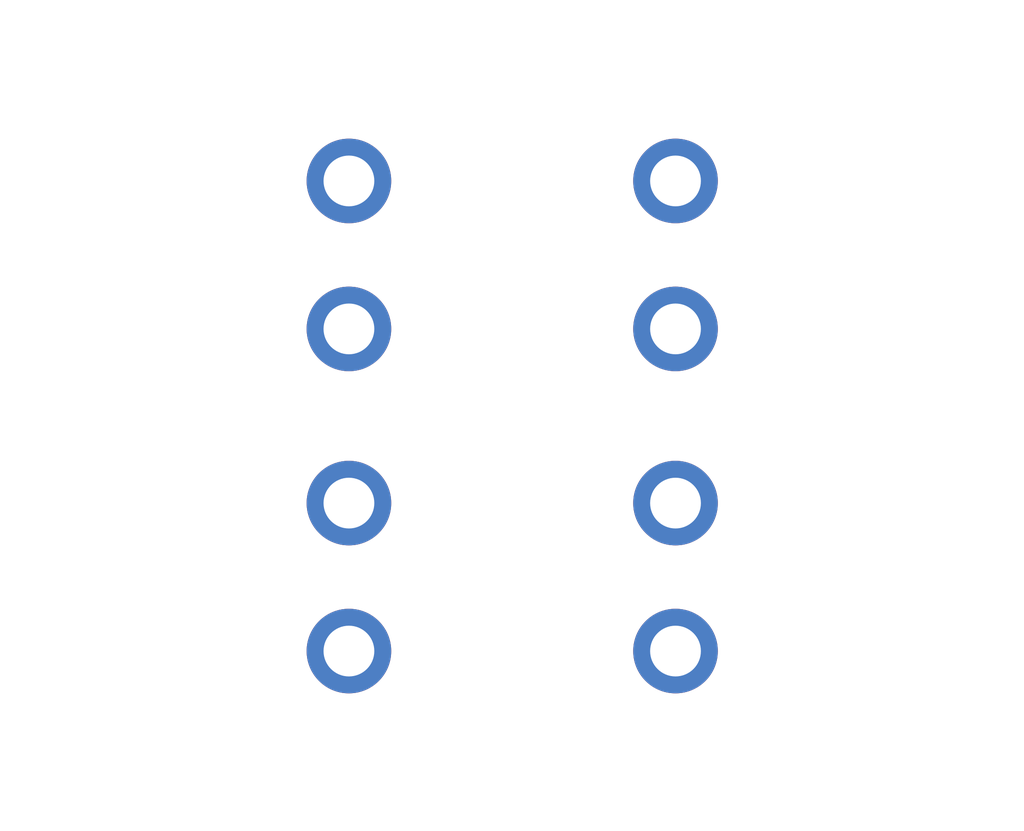
<source format=kicad_pcb>
(kicad_pcb (version 20211014) (generator pcbnew)
  (layers (0 "F.Cu" signal) (31 "B.Cu" signal) (34 "B.Paste" user) (35 "F.Paste" user) (36 "B.SilkS" user "B.Silkscreen") (37 "F.SilkS" user "F.Silkscreen") (38 "B.Mask" user) (39 "F.Mask" user) (44 "Edge.Cuts" user))
  (net 0 "")
  (footprint "footprint:CONN-TH_P3.50_KF350-3.5-2P" (layer "F.Cu") (at 106.68 86.36 -90)
    (fp_text reference "U4" hide)
    (fp_text value "KF350-3_5-2P")
    (pad "1" thru_hole circle (at -1.749898 0.049987 270) (size 2 2) (drill 1.2) (layers *.Cu *.Mask))
    (pad "2" thru_hole circle (at 1.749975 0.049987 270) (size 2 2) (drill 1.2) (layers *.Cu *.Mask))
  )
  (footprint "footprint:CONN-TH_P3.50_KF350-3.5-2P" (layer "F.Cu") (at 114.3 86.36 90)
    (fp_text reference "U1" hide)
    (fp_text value "KF350-3_5-2P")
    (pad "1" thru_hole circle (at -1.749898 0.049987 90) (size 2 2) (drill 1.2) (layers *.Cu *.Mask))
    (pad "2" thru_hole circle (at 1.749975 0.049987 90) (size 2 2) (drill 1.2) (layers *.Cu *.Mask))
  )
  (footprint "footprint:CONN-TH_P3.50_KF350-3.5-2P" (layer "F.Cu") (at 106.68 78.74 -90)
    (fp_text reference "U2" hide)
    (fp_text value "KF350-3_5-2P")
    (pad "1" thru_hole circle (at -1.749898 0.049987 270) (size 2 2) (drill 1.2) (layers *.Cu *.Mask))
    (pad "2" thru_hole circle (at 1.749975 0.049987 270) (size 2 2) (drill 1.2) (layers *.Cu *.Mask))
  )
  (footprint "footprint:CONN-TH_P3.50_KF350-3.5-2P" (layer "F.Cu") (at 114.3 78.74 90)
    (fp_text reference "U3" hide)
    (fp_text value "KF350-3_5-2P")
    (pad "1" thru_hole circle (at -1.749898 0.049987 90) (size 2 2) (drill 1.2) (layers *.Cu *.Mask))
    (pad "2" thru_hole circle (at 1.749975 0.049987 90) (size 2 2) (drill 1.2) (layers *.Cu *.Mask))
  )
)
</source>
